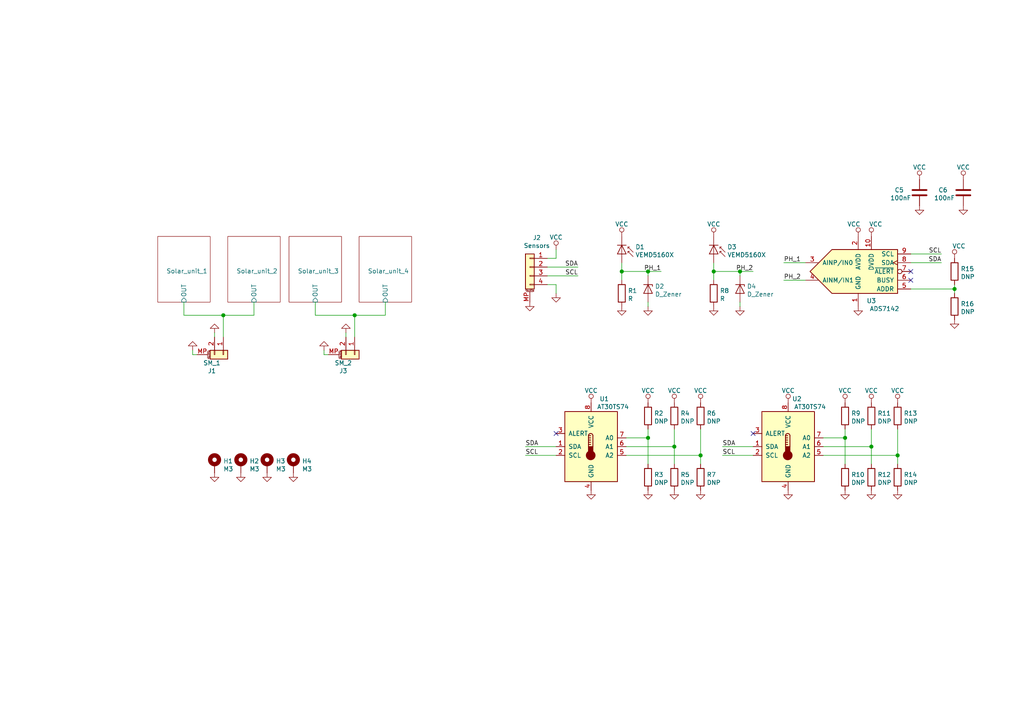
<source format=kicad_sch>
(kicad_sch (version 20210406) (generator eeschema)
  (paper "A4")
  (lib_symbols
    (symbol "Connector_Generic_MountingPin:Conn_01x02_MountingPin" (pin_names (offset 1.016) hide)
      (property "Reference" "J" (at 0 2.54 0))
      (property "Value" "Conn_01x02_MountingPin" (at 1.27 -5.08 0))
      (symbol "Conn_01x02_MountingPin_1_1"
        (text "Mounting" (at 0 -4.191 0) (effects (font (size 0.381 0.381))))
        (rectangle (start -1.27 -2.413) (end 0 -2.667) (stroke (width 0.1524)))
        (rectangle (start -1.27 0.127) (end 0 -0.127) (stroke (width 0.1524)))
        (rectangle (start -1.27 1.27) (end 1.27 -3.81) (stroke (width 0.254)) (fill (type background)))
        (polyline (pts (xy -1.016 -4.572) (xy 1.016 -4.572)) (stroke (width 0.1524)))
        (pin passive line (at -5.08 0 0) (length 3.81) (name "Pin_1") (number "1"))
        (pin passive line (at -5.08 -2.54 0) (length 3.81) (name "Pin_2") (number "2"))
        (pin passive line (at 0 -7.62 90) (length 3.048) (name "MountPin") (number "MP"))
      )
    )
    (symbol "Connector_Generic_MountingPin:Conn_01x04_MountingPin" (pin_names (offset 1.016) hide)
      (property "Reference" "J" (at 0 5.08 0))
      (property "Value" "Conn_01x04_MountingPin" (at 1.27 -7.62 0))
      (symbol "Conn_01x04_MountingPin_1_1"
        (text "Mounting" (at 0 -6.731 0) (effects (font (size 0.381 0.381))))
        (rectangle (start -1.27 -4.953) (end 0 -5.207) (stroke (width 0.1524)))
        (rectangle (start -1.27 -2.413) (end 0 -2.667) (stroke (width 0.1524)))
        (rectangle (start -1.27 0.127) (end 0 -0.127) (stroke (width 0.1524)))
        (rectangle (start -1.27 2.667) (end 0 2.413) (stroke (width 0.1524)))
        (rectangle (start -1.27 3.81) (end 1.27 -6.35) (stroke (width 0.254)) (fill (type background)))
        (polyline (pts (xy -1.016 -7.112) (xy 1.016 -7.112)) (stroke (width 0.1524)))
        (pin passive line (at -5.08 2.54 0) (length 3.81) (name "Pin_1") (number "1"))
        (pin passive line (at -5.08 0 0) (length 3.81) (name "Pin_2") (number "2"))
        (pin passive line (at -5.08 -2.54 0) (length 3.81) (name "Pin_3") (number "3"))
        (pin passive line (at -5.08 -5.08 0) (length 3.81) (name "Pin_4") (number "4"))
        (pin passive line (at 0 -10.16 90) (length 3.048) (name "MountPin") (number "MP"))
      )
    )
    (symbol "Device:C" (pin_numbers hide) (pin_names (offset 0.254))
      (property "Reference" "C" (at 0.635 2.54 0))
      (property "Value" "C" (at 0.635 -2.54 0))
      (symbol "C_0_1"
        (polyline (pts (xy -2.032 -0.762) (xy 2.032 -0.762)) (stroke (width 0.508)))
        (polyline (pts (xy -2.032 0.762) (xy 2.032 0.762)) (stroke (width 0.508)))
      )
      (symbol "C_1_1"
        (pin passive line (at 0 3.81 270) (length 2.794) (name "~") (number "1"))
        (pin passive line (at 0 -3.81 90) (length 2.794) (name "~") (number "2"))
      )
    )
    (symbol "Device:D_Photo" (pin_numbers hide) (pin_names hide)
      (property "Reference" "D" (at 0.508 1.778 0))
      (property "Value" "D_Photo" (at -1.016 -2.794 0))
      (symbol "D_Photo_0_1"
        (polyline (pts (xy -2.54 1.27) (xy -2.54 -1.27)) (stroke (width 0.2032)))
        (polyline (pts (xy -2.032 1.778) (xy -1.524 1.778)))
        (polyline (pts (xy 0 0) (xy -2.54 0)))
        (polyline (pts (xy -0.508 3.302) (xy -2.032 1.778) (xy -2.032 2.286)))
        (polyline (pts (xy 0 -1.27) (xy 0 1.27) (xy -2.54 0) (xy 0 -1.27)) (stroke (width 0.2032)))
        (polyline (pts (xy 0.762 3.302) (xy -0.762 1.778) (xy -0.762 2.286) (xy -0.762 1.778) (xy -0.254 1.778)))
      )
      (symbol "D_Photo_1_1"
        (pin passive line (at -5.08 0 0) (length 2.54) (name "K") (number "1"))
        (pin passive line (at 2.54 0 180) (length 2.54) (name "A") (number "2"))
      )
    )
    (symbol "Device:D_Zener" (pin_numbers hide) (pin_names (offset 1.016) hide)
      (property "Reference" "D" (at 0 2.54 0))
      (property "Value" "D_Zener" (at 0 -2.54 0))
      (symbol "D_Zener_0_1"
        (polyline (pts (xy 1.27 0) (xy -1.27 0)))
        (polyline (pts (xy -1.27 -1.27) (xy -1.27 1.27) (xy -0.762 1.27)) (stroke (width 0.2032)))
        (polyline (pts (xy 1.27 -1.27) (xy 1.27 1.27) (xy -1.27 0) (xy 1.27 -1.27)) (stroke (width 0.2032)))
      )
      (symbol "D_Zener_1_1"
        (pin passive line (at -3.81 0 0) (length 2.54) (name "K") (number "1"))
        (pin passive line (at 3.81 0 180) (length 2.54) (name "A") (number "2"))
      )
    )
    (symbol "Device:R" (pin_numbers hide) (pin_names (offset 0))
      (property "Reference" "R" (at 2.032 0 90))
      (property "Value" "R" (at 0 0 90))
      (symbol "R_0_1"
        (rectangle (start -1.016 -2.54) (end 1.016 2.54) (stroke (width 0.254)))
      )
      (symbol "R_1_1"
        (pin passive line (at 0 3.81 270) (length 1.27) (name "~") (number "1"))
        (pin passive line (at 0 -3.81 90) (length 1.27) (name "~") (number "2"))
      )
    )
    (symbol "Mechanical:MountingHole_Pad" (pin_numbers hide) (pin_names (offset 1.016) hide)
      (property "Reference" "H" (at 0 6.35 0))
      (property "Value" "MountingHole_Pad" (at 0 4.445 0))
      (symbol "MountingHole_Pad_0_1"
        (circle (center 0 1.27) (radius 1.27) (stroke (width 1.27)))
      )
      (symbol "MountingHole_Pad_1_1"
        (pin input line (at 0 -2.54 90) (length 2.54) (name "1") (number "1"))
      )
    )
    (symbol "TCY_IC:ADS7142" (pin_names (offset 1.016))
      (property "Reference" "U" (at -7.62 -7.62 0))
      (property "Value" "ADS7142" (at 3.81 -7.62 0))
      (symbol "ADS7142_0_1"
        (polyline (pts (xy -13.97 0) (xy -7.62 6.35) (xy 11.43 6.35) (xy 11.43 -6.35) (xy -7.62 -6.35) (xy -13.97 0)) (stroke (width 0.254)) (fill (type background)))
      )
      (symbol "ADS7142_1_1"
        (pin power_in line (at 0 -10.16 90) (length 3.81) (name "GND") (number "1"))
        (pin power_in line (at 3.81 10.16 270) (length 3.81) (name "DVDD") (number "10"))
        (pin power_in line (at 0 -10.16 90) (length 3.81) hide (name "GND") (number "11"))
        (pin power_in line (at 0 10.16 270) (length 3.81) (name "AVDD") (number "2"))
        (pin input line (at -15.24 2.54 0) (length 3.81) (name "AINP/IN0") (number "3"))
        (pin input line (at -15.24 -2.54 0) (length 3.81) (name "AINM/IN1") (number "4"))
        (pin input line (at 15.24 -5.08 180) (length 3.81) (name "ADDR") (number "5"))
        (pin output line (at 15.24 -2.54 180) (length 3.81) (name "BUSY") (number "6"))
        (pin output inverted (at 15.24 0 180) (length 3.81) (name "~ALERT") (number "7"))
        (pin input clock (at 15.24 2.54 180) (length 3.81) (name "SDA") (number "8"))
        (pin output line (at 15.24 5.08 180) (length 3.81) (name "SCL") (number "9"))
      )
    )
    (symbol "TCY_sensors:AT30TS74" (pin_names (offset 1.016))
      (property "Reference" "U" (at -6.35 11.43 0))
      (property "Value" "AT30TS74" (at 0 11.43 0))
      (symbol "AT30TS74_0_1"
        (arc (start 0.508 3.175) (end -0.762 3.175) (radius (at -0.127 3.175) (length 0.635) (angles 0.1 179.9)) (stroke (width 0.254)))
        (circle (center -0.127 -2.54) (radius 1.27) (stroke (width 0.254)) (fill (type outline)))
        (rectangle (start 0.508 -1.905) (end -0.762 0) (stroke (width 0.254)) (fill (type outline)))
        (rectangle (start -7.62 10.16) (end 7.62 -10.16) (stroke (width 0.254)) (fill (type background)))
        (polyline (pts (xy -0.762 0.635) (xy -0.127 0.635)) (stroke (width 0.254)))
        (polyline (pts (xy -0.762 1.27) (xy -0.127 1.27)) (stroke (width 0.254)))
        (polyline (pts (xy -0.762 1.905) (xy -0.127 1.905)) (stroke (width 0.254)))
        (polyline (pts (xy -0.762 2.54) (xy -0.127 2.54)) (stroke (width 0.254)))
        (polyline (pts (xy -0.762 3.175) (xy -0.762 0)) (stroke (width 0.254)))
        (polyline (pts (xy -0.762 3.175) (xy -0.127 3.175)) (stroke (width 0.254)))
        (polyline (pts (xy 0.508 3.175) (xy 0.508 0)) (stroke (width 0.254)))
      )
      (symbol "AT30TS74_1_1"
        (pin bidirectional line (at -10.16 0 0) (length 2.54) (name "SDA") (number "1"))
        (pin input line (at -10.16 -2.54 0) (length 2.54) (name "SCL") (number "2"))
        (pin open_collector line (at -10.16 3.81 0) (length 2.54) (name "ALERT") (number "3"))
        (pin power_in line (at 0 -12.7 90) (length 2.54) (name "GND") (number "4"))
        (pin input line (at 10.16 -2.54 180) (length 2.54) (name "A2") (number "5"))
        (pin input line (at 10.16 0 180) (length 2.54) (name "A1") (number "6"))
        (pin input line (at 10.16 2.54 180) (length 2.54) (name "A0") (number "7"))
        (pin power_in line (at 0 12.7 270) (length 2.54) (name "VCC") (number "8"))
      )
    )
    (symbol "power:GND" (power) (pin_names (offset 0))
      (property "Value" "GND" (at 0 -3.81 0))
      (symbol "GND_0_1"
        (polyline (pts (xy 0 0) (xy 0 -1.27) (xy 1.27 -1.27) (xy 0 -2.54) (xy -1.27 -1.27) (xy 0 -1.27)))
      )
      (symbol "GND_1_1"
        (pin power_in line (at 0 0 270) (length 0) hide (name "GND") (number "1"))
      )
    )
    (symbol "power:VCC" (power) (pin_names (offset 0))
      (property "Value" "VCC" (at 0 3.81 0))
      (symbol "VCC_0_1"
        (circle (center 0 1.905) (radius 0.635))
        (polyline (pts (xy 0 0) (xy 0 1.27)))
      )
      (symbol "VCC_1_1"
        (pin power_in line (at 0 0 90) (length 0) hide (name "VCC") (number "1"))
      )
    )
  )
  (junction (at 64.77 91.44) (diameter 1.016))
  (junction (at 102.87 91.44) (diameter 1.016))
  (junction (at 180.34 78.74) (diameter 1.016))
  (junction (at 187.96 78.74) (diameter 1.016))
  (junction (at 187.96 127) (diameter 1.016))
  (junction (at 195.58 129.54) (diameter 1.016))
  (junction (at 203.2 132.08) (diameter 1.016))
  (junction (at 207.01 78.74) (diameter 1.016))
  (junction (at 214.63 78.74) (diameter 1.016))
  (junction (at 245.11 127) (diameter 1.016))
  (junction (at 252.73 129.54) (diameter 1.016))
  (junction (at 260.35 132.08) (diameter 1.016))
  (junction (at 276.86 83.82) (diameter 1.016))
  (no_connect (at 161.29 125.73))
  (no_connect (at 218.44 125.73))
  (no_connect (at 264.16 78.74))
  (no_connect (at 264.16 81.28))
  (wire (pts (xy 53.34 91.44) (xy 53.34 87.63)))
  (wire (pts (xy 55.88 102.87) (xy 55.88 101.6)))
  (wire (pts (xy 57.15 102.87) (xy 55.88 102.87)))
  (wire (pts (xy 62.23 97.79) (xy 62.23 96.52)))
  (wire (pts (xy 64.77 91.44) (xy 53.34 91.44)))
  (wire (pts (xy 64.77 91.44) (xy 73.66 91.44)))
  (wire (pts (xy 64.77 97.79) (xy 64.77 91.44)))
  (wire (pts (xy 73.66 91.44) (xy 73.66 87.63)))
  (wire (pts (xy 91.44 91.44) (xy 91.44 87.63)))
  (wire (pts (xy 93.98 102.87) (xy 93.98 101.6)))
  (wire (pts (xy 95.25 102.87) (xy 93.98 102.87)))
  (wire (pts (xy 100.33 97.79) (xy 100.33 96.52)))
  (wire (pts (xy 102.87 91.44) (xy 91.44 91.44)))
  (wire (pts (xy 102.87 97.79) (xy 102.87 91.44)))
  (wire (pts (xy 111.76 87.63) (xy 111.76 91.44)))
  (wire (pts (xy 111.76 91.44) (xy 102.87 91.44)))
  (wire (pts (xy 158.75 74.93) (xy 161.29 74.93)))
  (wire (pts (xy 158.75 77.47) (xy 167.64 77.47)))
  (wire (pts (xy 158.75 80.01) (xy 167.64 80.01)))
  (wire (pts (xy 158.75 82.55) (xy 161.29 82.55)))
  (wire (pts (xy 161.29 74.93) (xy 161.29 72.39)))
  (wire (pts (xy 161.29 82.55) (xy 161.29 85.09)))
  (wire (pts (xy 161.29 129.54) (xy 152.4 129.54)))
  (wire (pts (xy 161.29 132.08) (xy 152.4 132.08)))
  (wire (pts (xy 180.34 76.2) (xy 180.34 78.74)))
  (wire (pts (xy 180.34 78.74) (xy 180.34 81.28)))
  (wire (pts (xy 180.34 78.74) (xy 187.96 78.74)))
  (wire (pts (xy 181.61 127) (xy 187.96 127)))
  (wire (pts (xy 181.61 129.54) (xy 195.58 129.54)))
  (wire (pts (xy 181.61 132.08) (xy 203.2 132.08)))
  (wire (pts (xy 187.96 78.74) (xy 187.96 80.01)))
  (wire (pts (xy 187.96 78.74) (xy 191.77 78.74)))
  (wire (pts (xy 187.96 87.63) (xy 187.96 88.9)))
  (wire (pts (xy 187.96 124.46) (xy 187.96 127)))
  (wire (pts (xy 187.96 127) (xy 187.96 134.62)))
  (wire (pts (xy 195.58 124.46) (xy 195.58 129.54)))
  (wire (pts (xy 195.58 129.54) (xy 195.58 134.62)))
  (wire (pts (xy 203.2 124.46) (xy 203.2 132.08)))
  (wire (pts (xy 203.2 132.08) (xy 203.2 134.62)))
  (wire (pts (xy 207.01 76.2) (xy 207.01 78.74)))
  (wire (pts (xy 207.01 78.74) (xy 207.01 81.28)))
  (wire (pts (xy 207.01 78.74) (xy 214.63 78.74)))
  (wire (pts (xy 214.63 78.74) (xy 214.63 80.01)))
  (wire (pts (xy 214.63 78.74) (xy 218.44 78.74)))
  (wire (pts (xy 214.63 87.63) (xy 214.63 88.9)))
  (wire (pts (xy 218.44 129.54) (xy 209.55 129.54)))
  (wire (pts (xy 218.44 132.08) (xy 209.55 132.08)))
  (wire (pts (xy 227.33 76.2) (xy 233.68 76.2)))
  (wire (pts (xy 227.33 81.28) (xy 233.68 81.28)))
  (wire (pts (xy 238.76 127) (xy 245.11 127)))
  (wire (pts (xy 238.76 129.54) (xy 252.73 129.54)))
  (wire (pts (xy 238.76 132.08) (xy 260.35 132.08)))
  (wire (pts (xy 245.11 124.46) (xy 245.11 127)))
  (wire (pts (xy 245.11 127) (xy 245.11 134.62)))
  (wire (pts (xy 252.73 124.46) (xy 252.73 129.54)))
  (wire (pts (xy 252.73 129.54) (xy 252.73 134.62)))
  (wire (pts (xy 260.35 124.46) (xy 260.35 132.08)))
  (wire (pts (xy 260.35 132.08) (xy 260.35 134.62)))
  (wire (pts (xy 264.16 73.66) (xy 273.05 73.66)))
  (wire (pts (xy 264.16 76.2) (xy 273.05 76.2)))
  (wire (pts (xy 264.16 83.82) (xy 276.86 83.82)))
  (wire (pts (xy 276.86 82.55) (xy 276.86 83.82)))
  (wire (pts (xy 276.86 83.82) (xy 276.86 85.09)))
  (label "SDA" (at 152.4 129.54 0))
  (label "SCL" (at 152.4 132.08 0))
  (label "SDA" (at 167.64 77.47 180))
  (label "SCL" (at 167.64 80.01 180))
  (label "PH_1" (at 191.77 78.74 180))
  (label "SDA" (at 209.55 129.54 0))
  (label "SCL" (at 209.55 132.08 0))
  (label "PH_2" (at 218.44 78.74 180))
  (label "PH_1" (at 227.33 76.2 0))
  (label "PH_2" (at 227.33 81.28 0))
  (label "SCL" (at 273.05 73.66 180))
  (label "SDA" (at 273.05 76.2 180))
  (symbol (lib_id "power:VCC") (at 161.29 72.39 0) (unit 1)
    (property "Reference" "#PWR0101" (effects hide))
    (property "Value" "VCC" (at 161.29 68.8426 0))
  )
  (symbol (lib_id "power:VCC") (at 171.45 116.84 0) (unit 1)
    (property "Reference" "#PWR0110" (effects hide))
    (property "Value" "VCC" (at 171.45 113.2926 0))
  )
  (symbol (lib_id "power:VCC") (at 180.34 68.58 0) (unit 1)
    (property "Reference" "#PWR0108" (effects hide))
    (property "Value" "VCC" (at 180.34 65.0326 0))
  )
  (symbol (lib_id "power:VCC") (at 187.96 116.84 0) (unit 1)
    (property "Reference" "#PWR0128" (effects hide))
    (property "Value" "VCC" (at 187.96 113.2926 0))
  )
  (symbol (lib_id "power:VCC") (at 195.58 116.84 0) (unit 1)
    (property "Reference" "#PWR0127" (effects hide))
    (property "Value" "VCC" (at 195.58 113.2926 0))
  )
  (symbol (lib_id "power:VCC") (at 203.2 116.84 0) (unit 1)
    (property "Reference" "#PWR0129" (effects hide))
    (property "Value" "VCC" (at 203.2 113.2926 0))
  )
  (symbol (lib_id "power:VCC") (at 207.01 68.58 0) (unit 1)
    (property "Reference" "#PWR0111" (effects hide))
    (property "Value" "VCC" (at 207.01 65.0326 0))
  )
  (symbol (lib_id "power:VCC") (at 228.6 116.84 0) (unit 1)
    (property "Reference" "#PWR0126" (effects hide))
    (property "Value" "VCC" (at 228.6 113.2926 0))
  )
  (symbol (lib_id "power:VCC") (at 245.11 116.84 0) (unit 1)
    (property "Reference" "#PWR0124" (effects hide))
    (property "Value" "VCC" (at 245.11 113.2926 0))
  )
  (symbol (lib_id "power:VCC") (at 248.92 68.58 0) (unit 1)
    (property "Reference" "#PWR0121" (effects hide))
    (property "Value" "VCC" (at 247.65 65.0326 0))
  )
  (symbol (lib_id "power:VCC") (at 252.73 68.58 0) (unit 1)
    (property "Reference" "#PWR0120" (effects hide))
    (property "Value" "VCC" (at 254 65.0326 0))
  )
  (symbol (lib_id "power:VCC") (at 252.73 116.84 0) (unit 1)
    (property "Reference" "#PWR0125" (effects hide))
    (property "Value" "VCC" (at 252.73 113.2926 0))
  )
  (symbol (lib_id "power:VCC") (at 260.35 116.84 0) (unit 1)
    (property "Reference" "#PWR0123" (effects hide))
    (property "Value" "VCC" (at 260.35 113.2926 0))
  )
  (symbol (lib_id "power:VCC") (at 266.7 52.07 0) (unit 1)
    (property "Reference" "#PWR0156" (effects hide))
    (property "Value" "VCC" (at 266.7 48.5226 0))
  )
  (symbol (lib_id "power:VCC") (at 276.86 74.93 0) (unit 1)
    (property "Reference" "#PWR0154" (effects hide))
    (property "Value" "VCC" (at 278.13 71.3826 0))
  )
  (symbol (lib_id "power:VCC") (at 279.4 52.07 0) (unit 1)
    (property "Reference" "#PWR0157" (effects hide))
    (property "Value" "VCC" (at 279.4 48.5226 0))
  )
  (symbol (lib_id "power:GND") (at 55.88 101.6 180) (unit 1)
    (property "Reference" "#PWR0119" (effects hide))
    (property "Value" "GND" (effects hide))
  )
  (symbol (lib_id "power:GND") (at 62.23 96.52 180) (unit 1)
    (property "Reference" "#PWR0116" (effects hide))
    (property "Value" "GND" (effects hide))
  )
  (symbol (lib_id "power:GND") (at 62.23 137.16 0) (unit 1)
    (property "Reference" "#PWR0104" (effects hide))
    (property "Value" "GND" (effects hide))
  )
  (symbol (lib_id "power:GND") (at 69.85 137.16 0) (unit 1)
    (property "Reference" "#PWR0105" (effects hide))
    (property "Value" "GND" (effects hide))
  )
  (symbol (lib_id "power:GND") (at 77.47 137.16 0) (unit 1)
    (property "Reference" "#PWR0106" (effects hide))
    (property "Value" "GND" (effects hide))
  )
  (symbol (lib_id "power:GND") (at 85.09 137.16 0) (unit 1)
    (property "Reference" "#PWR0107" (effects hide))
    (property "Value" "GND" (effects hide))
  )
  (symbol (lib_id "power:GND") (at 93.98 101.6 180) (unit 1)
    (property "Reference" "#PWR0117" (effects hide))
    (property "Value" "GND" (effects hide))
  )
  (symbol (lib_id "power:GND") (at 100.33 96.52 180) (unit 1)
    (property "Reference" "#PWR0118" (effects hide))
    (property "Value" "GND" (effects hide))
  )
  (symbol (lib_id "power:GND") (at 153.67 87.63 0) (unit 1)
    (property "Reference" "#PWR0103" (effects hide))
    (property "Value" "GND" (effects hide))
  )
  (symbol (lib_id "power:GND") (at 161.29 85.09 0) (unit 1)
    (property "Reference" "#PWR0102" (effects hide))
    (property "Value" "GND" (effects hide))
  )
  (symbol (lib_id "power:GND") (at 171.45 142.24 0) (unit 1)
    (property "Reference" "#PWR0109" (effects hide))
    (property "Value" "GND" (effects hide))
  )
  (symbol (lib_id "power:GND") (at 180.34 88.9 0) (unit 1)
    (property "Reference" "#PWR0113" (effects hide))
    (property "Value" "GND" (effects hide))
  )
  (symbol (lib_id "power:GND") (at 187.96 88.9 0) (unit 1)
    (property "Reference" "#PWR0112" (effects hide))
    (property "Value" "GND" (effects hide))
  )
  (symbol (lib_id "power:GND") (at 187.96 142.24 0) (unit 1)
    (property "Reference" "#PWR0135" (effects hide))
    (property "Value" "GND" (effects hide))
  )
  (symbol (lib_id "power:GND") (at 195.58 142.24 0) (unit 1)
    (property "Reference" "#PWR0136" (effects hide))
    (property "Value" "GND" (effects hide))
  )
  (symbol (lib_id "power:GND") (at 203.2 142.24 0) (unit 1)
    (property "Reference" "#PWR0131" (effects hide))
    (property "Value" "GND" (effects hide))
  )
  (symbol (lib_id "power:GND") (at 207.01 88.9 0) (unit 1)
    (property "Reference" "#PWR0114" (effects hide))
    (property "Value" "GND" (effects hide))
  )
  (symbol (lib_id "power:GND") (at 214.63 88.9 0) (unit 1)
    (property "Reference" "#PWR0115" (effects hide))
    (property "Value" "GND" (effects hide))
  )
  (symbol (lib_id "power:GND") (at 228.6 142.24 0) (unit 1)
    (property "Reference" "#PWR0132" (effects hide))
    (property "Value" "GND" (effects hide))
  )
  (symbol (lib_id "power:GND") (at 245.11 142.24 0) (unit 1)
    (property "Reference" "#PWR0133" (effects hide))
    (property "Value" "GND" (effects hide))
  )
  (symbol (lib_id "power:GND") (at 248.92 88.9 0) (unit 1)
    (property "Reference" "#PWR0122" (effects hide))
    (property "Value" "GND" (effects hide))
  )
  (symbol (lib_id "power:GND") (at 252.73 142.24 0) (unit 1)
    (property "Reference" "#PWR0134" (effects hide))
    (property "Value" "GND" (effects hide))
  )
  (symbol (lib_id "power:GND") (at 260.35 142.24 0) (unit 1)
    (property "Reference" "#PWR0130" (effects hide))
    (property "Value" "GND" (effects hide))
  )
  (symbol (lib_id "power:GND") (at 266.7 59.69 0) (unit 1)
    (property "Reference" "#PWR0158" (effects hide))
    (property "Value" "GND" (effects hide))
  )
  (symbol (lib_id "power:GND") (at 276.86 92.71 0) (unit 1)
    (property "Reference" "#PWR0153" (effects hide))
    (property "Value" "GND" (effects hide))
  )
  (symbol (lib_id "power:GND") (at 279.4 59.69 0) (unit 1)
    (property "Reference" "#PWR0155" (effects hide))
    (property "Value" "GND" (effects hide))
  )
  (symbol (lib_id "Device:R") (at 180.34 85.09 0) (unit 1)
    (property "Reference" "R1" (at 182.1181 84.3291 0) (effects (justify left)))
    (property "Value" "R" (at 182.1181 86.6278 0) (effects (justify left)))
    (property "Footprint" "Resistor_SMD:R_0603_1608Metric" (effects hide))
  )
  (symbol (lib_id "Device:R") (at 187.96 120.65 0) (unit 1)
    (property "Reference" "R2" (at 189.7381 119.8891 0) (effects (justify left)))
    (property "Value" "DNP" (at 189.7381 122.1878 0) (effects (justify left)))
    (property "Footprint" "TCY_passives:R_0603_1608Metric" (effects hide))
  )
  (symbol (lib_id "Device:R") (at 187.96 138.43 0) (unit 1)
    (property "Reference" "R3" (at 189.7381 137.6691 0) (effects (justify left)))
    (property "Value" "DNP" (at 189.7381 139.9678 0) (effects (justify left)))
    (property "Footprint" "TCY_passives:R_0603_1608Metric" (effects hide))
  )
  (symbol (lib_id "Device:R") (at 195.58 120.65 0) (unit 1)
    (property "Reference" "R4" (at 197.3581 119.8891 0) (effects (justify left)))
    (property "Value" "DNP" (at 197.3581 122.1878 0) (effects (justify left)))
    (property "Footprint" "TCY_passives:R_0603_1608Metric" (effects hide))
  )
  (symbol (lib_id "Device:R") (at 195.58 138.43 0) (unit 1)
    (property "Reference" "R5" (at 197.3581 137.6691 0) (effects (justify left)))
    (property "Value" "DNP" (at 197.3581 139.9678 0) (effects (justify left)))
    (property "Footprint" "TCY_passives:R_0603_1608Metric" (effects hide))
  )
  (symbol (lib_id "Device:R") (at 203.2 120.65 0) (unit 1)
    (property "Reference" "R6" (at 204.9781 119.8891 0) (effects (justify left)))
    (property "Value" "DNP" (at 204.9781 122.1878 0) (effects (justify left)))
    (property "Footprint" "TCY_passives:R_0603_1608Metric" (effects hide))
  )
  (symbol (lib_id "Device:R") (at 203.2 138.43 0) (unit 1)
    (property "Reference" "R7" (at 204.9781 137.6691 0) (effects (justify left)))
    (property "Value" "DNP" (at 204.9781 139.9678 0) (effects (justify left)))
    (property "Footprint" "TCY_passives:R_0603_1608Metric" (effects hide))
  )
  (symbol (lib_id "Device:R") (at 207.01 85.09 0) (unit 1)
    (property "Reference" "R8" (at 208.7881 84.3291 0) (effects (justify left)))
    (property "Value" "R" (at 208.7881 86.6278 0) (effects (justify left)))
    (property "Footprint" "Resistor_SMD:R_0603_1608Metric" (effects hide))
  )
  (symbol (lib_id "Device:R") (at 245.11 120.65 0) (unit 1)
    (property "Reference" "R9" (at 246.8881 119.8891 0) (effects (justify left)))
    (property "Value" "DNP" (at 246.8881 122.1878 0) (effects (justify left)))
    (property "Footprint" "TCY_passives:R_0603_1608Metric" (effects hide))
  )
  (symbol (lib_id "Device:R") (at 245.11 138.43 0) (unit 1)
    (property "Reference" "R10" (at 246.8881 137.6691 0) (effects (justify left)))
    (property "Value" "DNP" (at 246.8881 139.9678 0) (effects (justify left)))
    (property "Footprint" "TCY_passives:R_0603_1608Metric" (effects hide))
  )
  (symbol (lib_id "Device:R") (at 252.73 120.65 0) (unit 1)
    (property "Reference" "R11" (at 254.5081 119.8891 0) (effects (justify left)))
    (property "Value" "DNP" (at 254.5081 122.1878 0) (effects (justify left)))
    (property "Footprint" "TCY_passives:R_0603_1608Metric" (effects hide))
  )
  (symbol (lib_id "Device:R") (at 252.73 138.43 0) (unit 1)
    (property "Reference" "R12" (at 254.5081 137.6691 0) (effects (justify left)))
    (property "Value" "DNP" (at 254.5081 139.9678 0) (effects (justify left)))
    (property "Footprint" "TCY_passives:R_0603_1608Metric" (effects hide))
  )
  (symbol (lib_id "Device:R") (at 260.35 120.65 0) (unit 1)
    (property "Reference" "R13" (at 262.1281 119.8891 0) (effects (justify left)))
    (property "Value" "DNP" (at 262.1281 122.1878 0) (effects (justify left)))
    (property "Footprint" "TCY_passives:R_0603_1608Metric" (effects hide))
  )
  (symbol (lib_id "Device:R") (at 260.35 138.43 0) (unit 1)
    (property "Reference" "R14" (at 262.1281 137.6691 0) (effects (justify left)))
    (property "Value" "DNP" (at 262.1281 139.9678 0) (effects (justify left)))
    (property "Footprint" "TCY_passives:R_0603_1608Metric" (effects hide))
  )
  (symbol (lib_id "Device:R") (at 276.86 78.74 0) (unit 1)
    (property "Reference" "R15" (at 278.6381 77.9791 0) (effects (justify left)))
    (property "Value" "DNP" (at 278.6381 80.2778 0) (effects (justify left)))
    (property "Footprint" "TCY_passives:R_0603_1608Metric" (effects hide))
  )
  (symbol (lib_id "Device:R") (at 276.86 88.9 0) (unit 1)
    (property "Reference" "R16" (at 278.6381 88.1391 0) (effects (justify left)))
    (property "Value" "DNP" (at 278.6381 90.4378 0) (effects (justify left)))
    (property "Footprint" "TCY_passives:R_0603_1608Metric" (effects hide))
  )
  (symbol (lib_id "Device:D_Zener") (at 187.96 83.82 270) (unit 1)
    (property "Reference" "D2" (at 189.9667 83.0591 90) (effects (justify left)))
    (property "Value" "D_Zener" (at 189.9667 85.3578 90) (effects (justify left)))
    (property "Footprint" "Diode_SMD:D_SOD-323F" (effects hide))
  )
  (symbol (lib_id "Device:D_Zener") (at 214.63 83.82 270) (unit 1)
    (property "Reference" "D4" (at 216.6367 83.0591 90) (effects (justify left)))
    (property "Value" "D_Zener" (at 216.6367 85.3578 90) (effects (justify left)))
    (property "Footprint" "Diode_SMD:D_SOD-323F" (effects hide))
  )
  (symbol (lib_id "Mechanical:MountingHole_Pad") (at 62.23 134.62 0) (unit 1)
    (property "Reference" "H1" (at 64.7701 133.7321 0) (effects (justify left)))
    (property "Value" "M3" (at 64.7701 136.0308 0) (effects (justify left)))
    (property "Footprint" "MountingHole:MountingHole_3.2mm_M3_Pad_Via" (effects hide))
  )
  (symbol (lib_id "Mechanical:MountingHole_Pad") (at 69.85 134.62 0) (unit 1)
    (property "Reference" "H2" (at 72.3901 133.7321 0) (effects (justify left)))
    (property "Value" "M3" (at 72.3901 136.0308 0) (effects (justify left)))
    (property "Footprint" "MountingHole:MountingHole_3.2mm_M3_Pad_Via" (effects hide))
  )
  (symbol (lib_id "Mechanical:MountingHole_Pad") (at 77.47 134.62 0) (unit 1)
    (property "Reference" "H3" (at 80.0101 133.7321 0) (effects (justify left)))
    (property "Value" "M3" (at 80.0101 136.0308 0) (effects (justify left)))
    (property "Footprint" "MountingHole:MountingHole_3.2mm_M3_Pad_Via" (effects hide))
  )
  (symbol (lib_id "Mechanical:MountingHole_Pad") (at 85.09 134.62 0) (unit 1)
    (property "Reference" "H4" (at 87.6301 133.7321 0) (effects (justify left)))
    (property "Value" "M3" (at 87.6301 136.0308 0) (effects (justify left)))
    (property "Footprint" "MountingHole:MountingHole_3.2mm_M3_Pad_Via" (effects hide))
  )
  (symbol (lib_id "Device:C") (at 266.7 55.88 0) (unit 1)
    (property "Reference" "C5" (at 259.4611 55.1191 0) (effects (justify left)))
    (property "Value" "100nF" (at 258.1911 57.4178 0) (effects (justify left)))
    (property "Footprint" "TCY_passives:C_0603_1608Metric" (effects hide))
  )
  (symbol (lib_id "Device:C") (at 279.4 55.88 0) (unit 1)
    (property "Reference" "C6" (at 272.1611 55.1191 0) (effects (justify left)))
    (property "Value" "100nF" (at 270.8911 57.4178 0) (effects (justify left)))
    (property "Footprint" "TCY_passives:C_0603_1608Metric" (effects hide))
  )
  (symbol (lib_id "Device:D_Photo") (at 180.34 73.66 270) (unit 1)
    (property "Reference" "D1" (at 184.2771 71.6291 90) (effects (justify left)))
    (property "Value" "VEMD5160X" (at 184.2771 73.9278 90) (effects (justify left)))
    (property "Footprint" "TCY_smd_leds:VEMD5160X" (effects hide))
  )
  (symbol (lib_id "Device:D_Photo") (at 207.01 73.66 270) (unit 1)
    (property "Reference" "D3" (at 210.9471 71.6291 90) (effects (justify left)))
    (property "Value" "VEMD5160X" (at 210.9471 73.9278 90) (effects (justify left)))
    (property "Footprint" "TCY_smd_leds:VEMD5160X" (effects hide))
  )
  (symbol (lib_id "Connector_Generic_MountingPin:Conn_01x02_MountingPin") (at 64.77 102.87 270) (unit 1)
    (property "Reference" "J1" (at 61.468 107.5732 90))
    (property "Value" "SM_1" (at 61.468 105.2745 90))
    (property "Footprint" "TCY_connectors:Amphenol_10114830-11102LF_1x02_P1.25mm_Horizontal" (effects hide))
  )
  (symbol (lib_id "Connector_Generic_MountingPin:Conn_01x02_MountingPin") (at 102.87 102.87 270) (unit 1)
    (property "Reference" "J3" (at 99.568 107.5732 90))
    (property "Value" "SM_2" (at 99.568 105.2745 90))
    (property "Footprint" "TCY_connectors:Amphenol_10114830-11102LF_1x02_P1.25mm_Horizontal" (effects hide))
  )
  (symbol (lib_id "Connector_Generic_MountingPin:Conn_01x04_MountingPin") (at 153.67 77.47 0) (mirror y) (unit 1)
    (property "Reference" "J2" (at 155.702 68.9568 0))
    (property "Value" "Sensors" (at 155.702 71.2555 0))
    (property "Footprint" "TCY_connectors:Amphenol_10114830-11103LF_1x04_P1.25mm_Horizontal" (effects hide))
  )
  (symbol (lib_id "TCY_sensors:AT30TS74") (at 171.45 129.54 0) (unit 1)
    (property "Reference" "U1" (at 175.26 115.6928 0))
    (property "Value" "AT30TS74" (at 177.8 117.9915 0))
    (property "Footprint" "Package_DFN_QFN:DFN-8-1EP_3x2mm_P0.5mm_EP1.3x1.5mm" (effects hide))
    (property "Datasheet" "http://ww1.microchip.com/downloads/en/DeviceDoc/Web_AT30TS74_0217.pdf" (effects hide))
  )
  (symbol (lib_id "TCY_sensors:AT30TS74") (at 228.6 129.54 0) (unit 1)
    (property "Reference" "U2" (at 231.14 115.6928 0))
    (property "Value" "AT30TS74" (at 234.95 117.9915 0))
    (property "Footprint" "Package_DFN_QFN:DFN-8-1EP_3x2mm_P0.5mm_EP1.3x1.5mm" (effects hide))
    (property "Datasheet" "http://ww1.microchip.com/downloads/en/DeviceDoc/Web_AT30TS74_0217.pdf" (effects hide))
  )
  (symbol (lib_id "TCY_IC:ADS7142") (at 248.92 78.74 0) (unit 1)
    (property "Reference" "U3" (at 252.73 87.2554 0))
    (property "Value" "ADS7142" (at 256.54 89.5541 0))
    (property "Footprint" "Package_DFN_QFN:DFN-10-1EP_2x3mm_P0.5mm_EP0.64x2.4mm" (effects hide))
    (property "Datasheet" "https://www.ti.com/lit/ds/symlink/ads7142-q1.pdf" (effects hide))
  )
  (sheet (at 45.72 68.58) (size 15.24 19.05) (stroke (width 0.0006))
    (property "Sheet name" "Solar_unit_1" (at 48.26 79.3743 0) (effects (justify left bottom)))
    (property "Sheet file" "Solar_unit.kicad_sch" (effects hide))
    (pin "OUT" input (at 53.34 87.63 270))
  )
  (sheet (at 66.04 68.58) (size 15.24 19.05) (stroke (width 0.0006))
    (property "Sheet name" "Solar_unit_2" (at 68.58 79.3743 0) (effects (justify left bottom)))
    (property "Sheet file" "Solar_unit.kicad_sch" (effects hide))
    (pin "OUT" input (at 73.66 87.63 270))
  )
  (sheet (at 83.82 68.58) (size 15.24 19.05) (stroke (width 0.0006))
    (property "Sheet name" "Solar_unit_3" (at 86.36 79.3743 0) (effects (justify left bottom)))
    (property "Sheet file" "Solar_unit.kicad_sch" (effects hide))
    (pin "OUT" input (at 91.44 87.63 270))
  )
  (sheet (at 104.14 68.58) (size 15.24 19.05) (stroke (width 0.0006))
    (property "Sheet name" "Solar_unit_4" (at 106.68 79.3743 0) (effects (justify left bottom)))
    (property "Sheet file" "Solar_unit.kicad_sch" (effects hide))
    (pin "OUT" input (at 111.76 87.63 270))
  )
)
</source>
